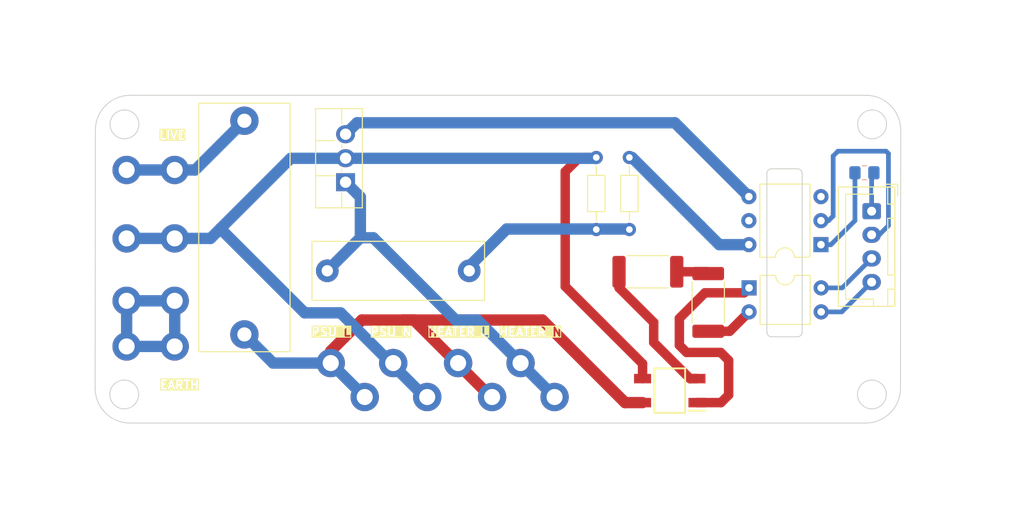
<source format=kicad_pcb>
(kicad_pcb (version 20221018) (generator pcbnew)
  (layers (0 "F.Cu" signal) (31 "B.Cu" signal) (34 "B.Paste" user) (35 "F.Paste" user) (36 "B.SilkS" user "B.Silkscreen") (37 "F.SilkS" user "F.Silkscreen") (38 "B.Mask" user) (39 "F.Mask" user) (44 "Edge.Cuts" user))
  (net 0 "")
  (net 1 "Net-(C1-Pad1)")
  (net 2 "NEUT")
  (net 3 "LINE")
  (net 4 "Net-(J1-Pin_1)")
  (net 5 "Earth")
  (net 6 "Net-(J7-Pin_1)")
  (net 7 "Net-(J7-Pin_2)")
  (net 8 "Net-(J7-Pin_3)")
  (net 9 "GND")
  (net 10 "Net-(Q1-G)")
  (net 11 "Net-(J4-Pin_1)")
  (net 12 "Net-(R4-Pad1)")
  (net 13 "Net-(R5-Pad1)")
  (net 14 "Net-(R5-Pad2)")
  (net 17 "Net-(D5-+)")
  (net 18 "Net-(D5--)")
  (net 19 "Net-(R2-Pad2)")
  (footprint "Connector_Molex:QK_DISCONNECT" (layer "F.Cu") (at 97.536 110.236)
    (fp_text reference "J3" hide)
    (fp_text value "Conn_01x01")
    (pad "1" thru_hole circle (at -2.54 0) (size 3 3) (drill 1.7) (layers "*.Cu" "*.Mask") (net 5 "Earth"))
    (pad "1" thru_hole circle (at 2.54 0) (size 3 3) (drill 1.7) (layers "*.Cu" "*.Mask") (net 5 "Earth"))
  )
  (footprint "Connector_Molex:QK_DISCONNECT" (layer "F.Cu") (at 97.536 103.632)
    (fp_text reference "J2" hide)
    (fp_text value "Conn_01x01")
    (pad "1" thru_hole circle (at -2.54 0) (size 3 3) (drill 1.7) (layers "*.Cu" "*.Mask") (net 2 "NEUT"))
    (pad "1" thru_hole circle (at 2.54 0) (size 3 3) (drill 1.7) (layers "*.Cu" "*.Mask") (net 2 "NEUT"))
  )
  (footprint "Connector_Molex:QK_DISCONNECT" (layer "F.Cu") (at 118.364 118.618 -45)
    (fp_text reference "J6" hide)
    (fp_text value "Conn_01x01")
    (pad "1" thru_hole circle (at -2.54 0 315) (size 3 3) (drill 1.7) (layers "*.Cu" "*.Mask") (net 3 "LINE"))
    (pad "1" thru_hole circle (at 2.54 0 315) (size 3 3) (drill 1.7) (layers "*.Cu" "*.Mask") (net 3 "LINE"))
  )
  (footprint "SamacSys_Parts:SOP254P650X170-4N" (layer "F.Cu") (at 152.4 119.7356 180)
    (fp_text reference "D5" hide)
    (fp_text value "S380" hide)
    (fp_line (start -3.775 -2.12) (end -1.975 -2.12) (stroke (width 0.2)) (layer "F.SilkS"))
    (fp_line (start -1.625 -2.35) (end 1.625 -2.35) (stroke (width 0.2)) (layer "F.SilkS"))
    (fp_line (start -1.625 2.35) (end -1.625 -2.35) (stroke (width 0.2)) (layer "F.SilkS"))
    (fp_line (start 1.625 -2.35) (end 1.625 2.35) (stroke (width 0.2)) (layer "F.SilkS"))
    (fp_line (start 1.625 2.35) (end -1.625 2.35) (stroke (width 0.2)) (layer "F.SilkS"))
    (pad "1" smd rect (at -2.875 -1.27 270) (size 1 1.8) (layers "F.Cu" "F.Paste" "F.Mask") (net 17 "Net-(D5-+)"))
    (pad "2" smd rect (at -2.875 1.27 270) (size 1 1.8) (layers "F.Cu" "F.Paste" "F.Mask") (net 18 "Net-(D5--)"))
    (pad "3" smd rect (at 2.875 1.27 270) (size 1 1.8) (layers "F.Cu" "F.Paste" "F.Mask") (net 2 "NEUT"))
    (pad "4" smd rect (at 2.875 -1.27 270) (size 1 1.8) (layers "F.Cu" "F.Paste" "F.Mask") (net 3 "LINE"))
  )
  (footprint "Resistor_SMD:R_2512_6332Metric_Pad1.40x3.35mm_HandSolder" (layer "F.Cu") (at 156.464 110.4068 -90)
    (fp_text reference "R5" hide)
    (fp_text value "22k")
    (fp_line (start -2.177064 -1.71) (end 2.177064 -1.71) (stroke (width 0.12)) (layer "F.SilkS"))
    (fp_line (start -2.177064 1.71) (end 2.177064 1.71) (stroke (width 0.12)) (layer "F.SilkS"))
    (pad "1" smd roundrect (at -3.05 0 270) (size 1.4 3.35) (layers "F.Cu" "F.Paste" "F.Mask") (roundrect_rratio 0.178571) (net 13 "Net-(R5-Pad1)"))
    (pad "2" smd roundrect (at 3.05 0 270) (size 1.4 3.35) (layers "F.Cu" "F.Paste" "F.Mask") (roundrect_rratio 0.178571) (net 14 "Net-(R5-Pad2)"))
  )
  (footprint "Connector_Molex:QK_DISCONNECT" (layer "F.Cu") (at 97.536 96.393)
    (fp_text reference "J1" hide)
    (fp_text value "Conn_01x01")
    (pad "1" thru_hole circle (at -2.54 0) (size 3 3) (drill 1.7) (layers "*.Cu" "*.Mask") (net 4 "Net-(J1-Pin_1)"))
    (pad "1" thru_hole circle (at 2.54 0) (size 3 3) (drill 1.7) (layers "*.Cu" "*.Mask") (net 4 "Net-(J1-Pin_1)"))
  )
  (footprint "Fuse:ZHL78" (layer "F.Cu") (at 107.442 102.489 90)
    (fp_text reference "F1" hide)
    (fp_text value "Fuse")
    (fp_rect (start -13.1318 -4.826) (end 13.1572 4.826) (stroke (width 0.12)) (fill none) (layer "F.SilkS"))
    (pad "1" thru_hole circle (at -11.303 0 90) (size 3 3) (drill 1.5) (layers "*.Cu" "*.Mask") (net 3 "LINE"))
    (pad "2" thru_hole circle (at 11.303 0 90) (size 3 3) (drill 1.5) (layers "*.Cu" "*.Mask") (net 4 "Net-(J1-Pin_1)"))
  )
  (footprint "Connector_Molex:QK_DISCONNECT" (layer "F.Cu") (at 97.536 115.062)
    (fp_text reference "J9" hide)
    (fp_text value "Conn_01x01")
    (pad "1" thru_hole circle (at -2.54 0) (size 3 3) (drill 1.7) (layers "*.Cu" "*.Mask") (net 5 "Earth"))
    (pad "1" thru_hole circle (at 2.54 0) (size 3 3) (drill 1.7) (layers "*.Cu" "*.Mask") (net 5 "Earth"))
  )
  (footprint "Connector_JST:JST_XH_B4B-XH-A_1x04_P2.50mm_Vertical" (layer "F.Cu") (at 173.736 100.7548 -90)
    (fp_text reference "J7" hide)
    (fp_text value "Conn_01x04")
    (fp_line (start -2.85 -2.75) (end -2.85 -1.5) (stroke (width 0.12)) (layer "F.SilkS"))
    (fp_line (start -2.56 -2.46) (end -2.56 3.51) (stroke (width 0.12)) (layer "F.SilkS"))
    (fp_line (start -2.56 3.51) (end 10.06 3.51) (stroke (width 0.12)) (layer "F.SilkS"))
    (fp_line (start -2.55 -2.45) (end -2.55 -1.7) (stroke (width 0.12)) (layer "F.SilkS"))
    (fp_line (start -2.55 -1.7) (end -0.75 -1.7) (stroke (width 0.12)) (layer "F.SilkS"))
    (fp_line (start -2.55 -0.2) (end -1.8 -0.2) (stroke (width 0.12)) (layer "F.SilkS"))
    (fp_line (start -1.8 -0.2) (end -1.8 2.75) (stroke (width 0.12)) (layer "F.SilkS"))
    (fp_line (start -1.8 2.75) (end 3.75 2.75) (stroke (width 0.12)) (layer "F.SilkS"))
    (fp_line (start -1.6 -2.75) (end -2.85 -2.75) (stroke (width 0.12)) (layer "F.SilkS"))
    (fp_line (start -0.75 -2.45) (end -2.55 -2.45) (stroke (width 0.12)) (layer "F.SilkS"))
    (fp_line (start -0.75 -1.7) (end -0.75 -2.45) (stroke (width 0.12)) (layer "F.SilkS"))
    (fp_line (start 0.75 -2.45) (end 0.75 -1.7) (stroke (width 0.12)) (layer "F.SilkS"))
    (fp_line (start 0.75 -1.7) (end 6.75 -1.7) (stroke (width 0.12)) (layer "F.SilkS"))
    (fp_line (start 6.75 -2.45) (end 0.75 -2.45) (stroke (width 0.12)) (layer "F.SilkS"))
    (fp_line (start 6.75 -1.7) (end 6.75 -2.45) (stroke (width 0.12)) (layer "F.SilkS"))
    (fp_line (start 8.25 -2.45) (end 8.25 -1.7) (stroke (width 0.12)) (layer "F.SilkS"))
    (fp_line (start 8.25 -1.7) (end 10.05 -1.7) (stroke (width 0.12)) (layer "F.SilkS"))
    (fp_line (start 9.3 -0.2) (end 9.3 2.75) (stroke (width 0.12)) (layer "F.SilkS"))
    (fp_line (start 9.3 2.75) (end 3.75 2.75) (stroke (width 0.12)) (layer "F.SilkS"))
    (fp_line (start 10.05 -2.45) (end 8.25 -2.45) (stroke (width 0.12)) (layer "F.SilkS"))
    (fp_line (start 10.05 -1.7) (end 10.05 -2.45) (stroke (width 0.12)) (layer "F.SilkS"))
    (fp_line (start 10.05 -0.2) (end 9.3 -0.2) (stroke (width 0.12)) (layer "F.SilkS"))
    (fp_line (start 10.06 -2.46) (end -2.56 -2.46) (stroke (width 0.12)) (layer "F.SilkS"))
    (fp_line (start 10.06 3.51) (end 10.06 -2.46) (stroke (width 0.12)) (layer "F.SilkS"))
    (pad "1" thru_hole roundrect (at 0 0 270) (size 1.7 1.95) (drill 0.95) (layers "*.Cu" "*.Mask") (roundrect_rratio 0.147059) (net 6 "Net-(J7-Pin_1)"))
    (pad "2" thru_hole oval (at 2.5 0 270) (size 1.7 1.95) (drill 0.95) (layers "*.Cu" "*.Mask") (net 7 "Net-(J7-Pin_2)"))
    (pad "3" thru_hole oval (at 5 0 270) (size 1.7 1.95) (drill 0.95) (layers "*.Cu" "*.Mask") (net 8 "Net-(J7-Pin_3)"))
    (pad "4" thru_hole oval (at 7.5 0 270) (size 1.7 1.95) (drill 0.95) (layers "*.Cu" "*.Mask") (net 9 "GND"))
  )
  (footprint "Resistor_SMD:R_2512_6332Metric_Pad1.40x3.35mm_HandSolder" (layer "F.Cu") (at 150.0886 107.1626)
    (fp_text reference "R6" hide)
    (fp_text value "22k")
    (fp_line (start -2.177064 -1.71) (end 2.177064 -1.71) (stroke (width 0.12)) (layer "F.SilkS"))
    (fp_line (start -2.177064 1.71) (end 2.177064 1.71) (stroke (width 0.12)) (layer "F.SilkS"))
    (pad "1" smd roundrect (at -3.05 0) (size 1.4 3.35) (layers "F.Cu" "F.Paste" "F.Mask") (roundrect_rratio 0.178571) (net 18 "Net-(D5--)"))
    (pad "2" smd roundrect (at 3.05 0) (size 1.4 3.35) (layers "F.Cu" "F.Paste" "F.Mask") (roundrect_rratio 0.178571) (net 13 "Net-(R5-Pad1)"))
  )
  (footprint "Resistor_THT:R_Axial_DIN0204_L3.6mm_D1.6mm_P7.62mm_Horizontal" (layer "F.Cu") (at 144.6328 95.0722 -90)
    (fp_text reference "R1" hide)
    (fp_text value "470r")
    (fp_line (start 0.94 0) (end 1.89 0) (stroke (width 0.12)) (layer "F.SilkS"))
    (fp_line (start 1.89 -0.92) (end 1.89 0.92) (stroke (width 0.12)) (layer "F.SilkS"))
    (fp_line (start 1.89 0.92) (end 5.73 0.92) (stroke (width 0.12)) (layer "F.SilkS"))
    (fp_line (start 5.73 -0.92) (end 1.89 -0.92) (stroke (width 0.12)) (layer "F.SilkS"))
    (fp_line (start 5.73 0.92) (end 5.73 -0.92) (stroke (width 0.12)) (layer "F.SilkS"))
    (fp_line (start 6.68 0) (end 5.73 0) (stroke (width 0.12)) (layer "F.SilkS"))
    (pad "1" thru_hole circle (at 0 0 270) (size 1.4 1.4) (drill 0.7) (layers "*.Cu" "*.Mask") (net 2 "NEUT"))
    (pad "2" thru_hole oval (at 7.62 0 270) (size 1.4 1.4) (drill 0.7) (layers "*.Cu" "*.Mask") (net 1 "Net-(C1-Pad1)"))
  )
  (footprint "Connector_Molex:QK_DISCONNECT" (layer "F.Cu") (at 124.968 118.618 135)
    (fp_text reference "J8" hide)
    (fp_text value "Conn_01x01")
    (pad "1" thru_hole circle (at -2.54 0 135) (size 3 3) (drill 1.7) (layers "*.Cu" "*.Mask") (net 2 "NEUT"))
    (pad "1" thru_hole circle (at 2.54 0 135) (size 3 3) (drill 1.7) (layers "*.Cu" "*.Mask") (net 2 "NEUT"))
  )
  (footprint "Resistor_THT:R_Axial_DIN0204_L3.6mm_D1.6mm_P7.62mm_Horizontal" (layer "F.Cu") (at 148.1328 102.6922 90)
    (fp_text reference "R2" hide)
    (fp_text value "360r")
    (fp_line (start 0.94 0) (end 1.89 0) (stroke (width 0.12)) (layer "F.SilkS"))
    (fp_line (start 1.89 -0.92) (end 1.89 0.92) (stroke (width 0.12)) (layer "F.SilkS"))
    (fp_line (start 1.89 0.92) (end 5.73 0.92) (stroke (width 0.12)) (layer "F.SilkS"))
    (fp_line (start 5.73 -0.92) (end 1.89 -0.92) (stroke (width 0.12)) (layer "F.SilkS"))
    (fp_line (start 5.73 0.92) (end 5.73 -0.92) (stroke (width 0.12)) (layer "F.SilkS"))
    (fp_line (start 6.68 0) (end 5.73 0) (stroke (width 0.12)) (layer "F.SilkS"))
    (pad "1" thru_hole circle (at 0 0 90) (size 1.4 1.4) (drill 0.7) (layers "*.Cu" "*.Mask") (net 1 "Net-(C1-Pad1)"))
    (pad "2" thru_hole oval (at 7.62 0 90) (size 1.4 1.4) (drill 0.7) (layers "*.Cu" "*.Mask") (net 19 "Net-(R2-Pad2)"))
  )
  (footprint "Package_DIP:DIP-6_W7.62mm" (layer "F.Cu") (at 168.382 104.2958 180)
    (fp_text reference "U1" hide)
    (fp_text value "MOC3022M")
    (fp_line (start 1.16 -1.33) (end 1.16 6.41) (stroke (width 0.12)) (layer "F.SilkS"))
    (fp_line (start 1.16 6.41) (end 6.46 6.41) (stroke (width 0.12)) (layer "F.SilkS"))
    (fp_line (start 2.81 -1.33) (end 1.16 -1.33) (stroke (width 0.12)) (layer "F.SilkS"))
    (fp_line (start 6.46 -1.33) (end 4.81 -1.33) (stroke (width 0.12)) (layer "F.SilkS"))
    (fp_line (start 6.46 6.41) (end 6.46 -1.33) (stroke (width 0.12)) (layer "F.SilkS"))
    (fp_arc (start 4.81 -1.33) (mid 3.81 -0.33) (end 2.81 -1.33) (stroke (width 0.12)) (layer "F.SilkS"))
    (pad "1" thru_hole rect (at 0 0 180) (size 1.6 1.6) (drill 0.8) (layers "*.Cu" "*.Mask") (net 12 "Net-(R4-Pad1)"))
    (pad "2" thru_hole oval (at 0 2.54 180) (size 1.6 1.6) (drill 0.8) (layers "*.Cu" "*.Mask") (net 7 "Net-(J7-Pin_2)"))
    (pad "3" thru_hole oval (at 0 5.08 180) (size 1.6 1.6) (drill 0.8) (layers "*.Cu" "*.Mask"))
    (pad "4" thru_hole oval (at 7.62 5.08 180) (size 1.6 1.6) (drill 0.8) (layers "*.Cu" "*.Mask") (net 10 "Net-(Q1-G)"))
    (pad "5" thru_hole oval (at 7.62 2.54 180) (size 1.6 1.6) (drill 0.8) (layers "*.Cu" "*.Mask"))
    (pad "6" thru_hole oval (at 7.62 0 180) (size 1.6 1.6) (drill 0.8) (layers "*.Cu" "*.Mask") (net 19 "Net-(R2-Pad2)"))
  )
  (footprint "Connector_Molex:QK_DISCONNECT" (layer "F.Cu") (at 131.826 118.618 135)
    (fp_text reference "J5" hide)
    (fp_text value "Conn_01x01")
    (pad "1" thru_hole circle (at -2.54 0 135) (size 3 3) (drill 1.7) (layers "*.Cu" "*.Mask") (net 3 "LINE"))
    (pad "1" thru_hole circle (at 2.54 0 135) (size 3 3) (drill 1.7) (layers "*.Cu" "*.Mask") (net 3 "LINE"))
  )
  (footprint "Package_TO_SOT_THT:TO-220F-3_Vertical" (layer "F.Cu") (at 118.1354 97.6884 90)
    (fp_text reference "Q1" hide)
    (fp_text value "BTA24-600BWRG")
    (fp_line (start -2.71 -3.168) (end -2.71 1.773) (stroke (width 0.12)) (layer "F.SilkS"))
    (fp_line (start -2.71 -3.168) (end 7.79 -3.168) (stroke (width 0.12)) (layer "F.SilkS"))
    (fp_line (start -2.71 -0.408) (end -1.103 -0.408) (stroke (width 0.12)) (layer "F.SilkS"))
    (fp_line (start -2.71 1.773) (end 7.79 1.773) (stroke (width 0.12)) (layer "F.SilkS"))
    (fp_line (start 0.69 -3.168) (end 0.69 -1.15) (stroke (width 0.12)) (layer "F.SilkS"))
    (fp_line (start 1.103 -0.408) (end 1.438 -0.408) (stroke (width 0.12)) (layer "F.SilkS"))
    (fp_line (start 3.643 -0.408) (end 3.978 -0.408) (stroke (width 0.12)) (layer "F.SilkS"))
    (fp_line (start 4.391 -3.168) (end 4.391 -1.15) (stroke (width 0.12)) (layer "F.SilkS"))
    (fp_line (start 6.183 -0.408) (end 7.79 -0.408) (stroke (width 0.12)) (layer "F.SilkS"))
    (fp_line (start 7.79 -3.168) (end 7.79 1.773) (stroke (width 0.12)) (layer "F.SilkS"))
    (pad "1" thru_hole rect (at 0 0 90) (size 1.905 2) (drill 1.2) (layers "*.Cu" "*.Mask") (net 11 "Net-(J4-Pin_1)"))
    (pad "2" thru_hole oval (at 2.54 0 90) (size 1.905 2) (drill 1.2) (layers "*.Cu" "*.Mask") (net 2 "NEUT"))
    (pad "3" thru_hole oval (at 5.08 0 90) (size 1.905 2) (drill 1.2) (layers "*.Cu" "*.Mask") (net 10 "Net-(Q1-G)"))
  )
  (footprint "Connector_Molex:QK_DISCONNECT" (layer "F.Cu") (at 138.43 118.618 135)
    (fp_text reference "J4" hide)
    (fp_text value "Conn_01x01")
    (pad "1" thru_hole circle (at -2.54 0 135) (size 3 3) (drill 1.7) (layers "*.Cu" "*.Mask") (net 11 "Net-(J4-Pin_1)"))
    (pad "1" thru_hole circle (at 2.54 0 135) (size 3 3) (drill 1.7) (layers "*.Cu" "*.Mask") (net 11 "Net-(J4-Pin_1)"))
  )
  (footprint "Capacitor_THT:C_Rect_L18.0mm_W6.0mm_P15.00mm_FKS3_FKP3" (layer "F.Cu") (at 131.205 107.061 180)
    (fp_text reference "C1" hide)
    (fp_text value "0.1uf/275v")
    (fp_line (start -1.62 -3.12) (end -1.62 3.12) (stroke (width 0.12)) (layer "F.SilkS"))
    (fp_line (start -1.62 -3.12) (end 16.62 -3.12) (stroke (width 0.12)) (layer "F.SilkS"))
    (fp_line (start -1.62 3.12) (end 16.62 3.12) (stroke (width 0.12)) (layer "F.SilkS"))
    (fp_line (start 16.62 -3.12) (end 16.62 3.12) (stroke (width 0.12)) (layer "F.SilkS"))
    (pad "1" thru_hole circle (at 0 0 180) (size 2.4 2.4) (drill 1.2) (layers "*.Cu" "*.Mask") (net 1 "Net-(C1-Pad1)"))
    (pad "2" thru_hole circle (at 15 0 180) (size 2.4 2.4) (drill 1.2) (layers "*.Cu" "*.Mask") (net 11 "Net-(J4-Pin_1)"))
  )
  (footprint "Package_DIP:DIP-4_W7.62mm" (layer "F.Cu") (at 160.782 108.8678)
    (fp_text reference "U2" hide)
    (fp_text value "LTV-817")
    (fp_line (start 1.16 -1.33) (end 1.16 3.87) (stroke (width 0.12)) (layer "F.SilkS"))
    (fp_line (start 1.16 3.87) (end 6.46 3.87) (stroke (width 0.12)) (layer "F.SilkS"))
    (fp_line (start 2.81 -1.33) (end 1.16 -1.33) (stroke (width 0.12)) (layer "F.SilkS"))
    (fp_line (start 6.46 -1.33) (end 4.81 -1.33) (stroke (width 0.12)) (layer "F.SilkS"))
    (fp_line (start 6.46 3.87) (end 6.46 -1.33) (stroke (width 0.12)) (layer "F.SilkS"))
    (fp_arc (start 4.81 -1.33) (mid 3.81 -0.33) (end 2.81 -1.33) (stroke (width 0.12)) (layer "F.SilkS"))
    (pad "1" thru_hole rect (at 0 0) (size 1.6 1.6) (drill 0.8) (layers "*.Cu" "*.Mask") (net 17 "Net-(D5-+)"))
    (pad "2" thru_hole oval (at 0 2.54) (size 1.6 1.6) (drill 0.8) (layers "*.Cu" "*.Mask") (net 14 "Net-(R5-Pad2)"))
    (pad "3" thru_hole oval (at 7.62 2.54) (size 1.6 1.6) (drill 0.8) (layers "*.Cu" "*.Mask") (net 9 "GND"))
    (pad "4" thru_hole oval (at 7.62 0) (size 1.6 1.6) (drill 0.8) (layers "*.Cu" "*.Mask") (net 8 "Net-(J7-Pin_3)"))
  )
  (footprint "Resistor_SMD:R_0805_2012Metric_Pad1.20x1.40mm_HandSolder" (layer "B.Cu") (at 172.974 96.6908)
    (fp_text reference "R4" hide)
    (fp_text value "220r")
    (fp_line (start -0.227064 -0.735) (end 0.227064 -0.735) (stroke (width 0.12)) (layer "B.SilkS"))
    (fp_line (start -0.227064 0.735) (end 0.227064 0.735) (stroke (width 0.12)) (layer "B.SilkS"))
    (pad "1" smd roundrect (at -1 0) (size 1.2 1.4) (layers "B.Cu" "B.Paste" "B.Mask") (roundrect_rratio 0.208333) (net 12 "Net-(R4-Pad1)"))
    (pad "2" smd roundrect (at 1 0) (size 1.2 1.4) (layers "B.Cu" "B.Paste" "B.Mask") (roundrect_rratio 0.208333) (net 6 "Net-(J7-Pin_1)"))
  )
  (gr_arc (start 176.784 119.4816) (mid 175.705274 122.085874) (end 173.101 123.1646) (stroke (width 0.1)) (layer "Edge.Cuts"))
  (gr_circle (center 94.7674 91.567) (end 96.2914 91.567) (stroke (width 0.1)) (fill none) (layer "Edge.Cuts"))
  (gr_line (start 91.694 92.1766) (end 91.6686 119.4816) (stroke (width 0.1)) (layer "Edge.Cuts"))
  (gr_circle (center 94.742 120.142) (end 96.266 120.142) (stroke (width 0.1)) (fill none) (layer "Edge.Cuts"))
  (gr_arc (start 166.39179 113.53439) (mid 166.243 113.8936) (end 165.88379 114.04239) (stroke (width 0.1)) (layer "Edge.Cuts"))
  (gr_circle (center 173.7868 91.567) (end 175.3108 91.567) (stroke (width 0.1)) (fill none) (layer "Edge.Cuts"))
  (gr_arc (start 163.1696 114.046) (mid 162.81039 113.89721) (end 162.6616 113.538) (stroke (width 0.1)) (layer "Edge.Cuts"))
  (gr_arc (start 173.1264 88.4936) (mid 175.730674 89.572326) (end 176.8094 92.1766) (stroke (width 0.1)) (layer "Edge.Cuts"))
  (gr_line (start 173.1264 88.4936) (end 95.377 88.4936) (stroke (width 0.1)) (layer "Edge.Cuts"))
  (gr_line (start 165.8874 96.266) (end 163.1696 96.266) (stroke (width 0.1)) (layer "Edge.Cuts"))
  (gr_arc (start 91.694 92.1766) (mid 92.772726 89.572326) (end 95.377 88.4936) (stroke (width 0.1)) (layer "Edge.Cuts"))
  (gr_line (start 176.784 119.4816) (end 176.8094 92.1766) (stroke (width 0.1)) (layer "Edge.Cuts"))
  (gr_arc (start 165.8874 96.266) (mid 166.24661 96.41479) (end 166.3954 96.774) (stroke (width 0.1)) (layer "Edge.Cuts"))
  (gr_arc (start 95.3516 123.1646) (mid 92.747326 122.085874) (end 91.6686 119.4816) (stroke (width 0.1)) (layer "Edge.Cuts"))
  (gr_circle (center 173.7614 120.142) (end 175.2854 120.142) (stroke (width 0.1)) (fill none) (layer "Edge.Cuts"))
  (gr_line (start 166.3954 113.538) (end 166.3954 96.774) (stroke (width 0.1)) (layer "Edge.Cuts"))
  (gr_line (start 162.6616 96.774) (end 162.6616 113.538) (stroke (width 0.1)) (layer "Edge.Cuts"))
  (gr_line (start 95.3516 123.1646) (end 173.101 123.1646) (stroke (width 0.1)) (layer "Edge.Cuts"))
  (gr_line (start 163.17321 114.04239) (end 165.88379 114.04239) (stroke (width 0.1)) (layer "Edge.Cuts"))
  (gr_arc (start 162.6616 96.774) (mid 162.81039 96.41479) (end 163.1696 96.266) (stroke (width 0.1)) (layer "Edge.Cuts"))
  (gr_text "LIVE" (at 99.822 92.71) (layer "F.SilkS" knockout) (effects (font (size 0.9 0.9) (thickness 0.18) bold)))
  (gr_text "EARTH" (at 100.584 119.126) (layer "F.SilkS" knockout) (effects (font (size 0.9 0.9) (thickness 0.18) bold)))
  (gr_text "PSU N" (at 122.936 113.538) (layer "F.SilkS" knockout) (effects (font (size 0.9 0.9) (thickness 0.18) bold)))
  (gr_text "HEATER N" (at 137.668 113.538) (layer "F.SilkS" knockout) (effects (font (size 0.9 0.9) (thickness 0.18) bold)))
  (gr_text "HEATER L" (at 130.048 113.538) (layer "F.SilkS" knockout) (effects (font (size 0.9 0.9) (thickness 0.18) bold)))
  (gr_text "PSU L" (at 116.586 113.538) (layer "F.SilkS" knockout) (effects (font (size 0.9 0.9) (thickness 0.18) bold)))
  (segment (start 131.205 106.595) (end 131.205 107.061) (width 1.2) (layer "B.Cu") (net 1))
  (segment (start 135.1586 102.6414) (end 131.205 106.595) (width 1.2) (layer "B.Cu") (net 1))
  (segment (start 148.1328 102.6922) (end 148.082 102.6414) (width 1.2) (layer "B.Cu") (net 1))
  (segment (start 148.082 102.6414) (end 135.1586 102.6414) (width 1.2) (layer "B.Cu") (net 1))
  (segment (start 149.525 116.886) (end 149.525 118.4656) (width 1) (layer "F.Cu") (net 2))
  (segment (start 144.625 95.08) (end 142.8418 95.08) (width 1) (layer "F.Cu") (net 2))
  (segment (start 142.8418 95.08) (end 141.351 96.5708) (width 1) (layer "F.Cu") (net 2))
  (segment (start 144.6328 95.0722) (end 144.625 95.08) (width 1) (layer "F.Cu") (net 2))
  (segment (start 141.351 96.5708) (end 141.351 108.712) (width 1) (layer "F.Cu") (net 2))
  (segment (start 141.351 108.712) (end 149.525 116.886) (width 1) (layer "F.Cu") (net 2))
  (segment (start 104.9 102.6) (end 112.34 95.16) (width 1.2) (layer "B.Cu") (net 2))
  (segment (start 94.996 103.632) (end 103.868 103.632) (width 1.2) (layer "B.Cu") (net 2))
  (segment (start 144.545 95.16) (end 144.6328 95.0722) (width 1.2) (layer "B.Cu") (net 2))
  (segment (start 126.510051 120.414051) (end 126.764051 120.414051) (width 1.2) (layer "B.Cu") (net 2))
  (segment (start 104.9 102.6) (end 113.806 111.506) (width 1.2) (layer "B.Cu") (net 2))
  (segment (start 112.34 95.16) (end 144.545 95.16) (width 1.2) (layer "B.Cu") (net 2))
  (segment (start 117.602 111.506) (end 126.510051 120.414051) (width 1.2) (layer "B.Cu") (net 2))
  (segment (start 113.806 111.506) (end 117.602 111.506) (width 1.2) (layer "B.Cu") (net 2))
  (segment (start 103.868 103.632) (end 104.9 102.6) (width 1.2) (layer "B.Cu") (net 2))
  (segment (start 119.851898 112.268) (end 124.206 112.268) (width 1.2) (layer "F.Cu") (net 3))
  (segment (start 116.567949 116.821949) (end 116.567949 115.551949) (width 1.2) (layer "F.Cu") (net 3))
  (segment (start 138.938 112.268) (end 147.6756 121.0056) (width 1.2) (layer "F.Cu") (net 3))
  (segment (start 125.349 112.268) (end 133.495051 120.414051) (width 1.2) (layer "F.Cu") (net 3))
  (segment (start 124.206 112.268) (end 138.938 112.268) (width 1.2) (layer "F.Cu") (net 3))
  (segment (start 133.495051 120.414051) (end 133.622051 120.414051) (width 1.2) (layer "F.Cu") (net 3))
  (segment (start 133.622051 120.414051) (end 133.368051 120.160051) (width 1.2) (layer "F.Cu") (net 3))
  (segment (start 116.567949 115.551949) (end 119.851898 112.268) (width 1.2) (layer "F.Cu") (net 3))
  (segment (start 124.206 112.268) (end 125.349 112.268) (width 1.2) (layer "F.Cu") (net 3))
  (segment (start 147.6756 121.0056) (end 149.525 121.0056) (width 1.2) (layer "F.Cu") (net 3))
  (segment (start 107.442 113.792) (end 110.471949 116.821949) (width 1.2) (layer "B.Cu") (net 3))
  (segment (start 110.471949 116.821949) (end 116.567949 116.821949) (width 1.2) (layer "B.Cu") (net 3))
  (segment (start 116.567949 116.821949) (end 120.160051 120.414051) (width 1.2) (layer "B.Cu") (net 3))
  (segment (start 102.235 96.393) (end 107.442 91.186) (width 1.2) (layer "B.Cu") (net 4))
  (segment (start 94.996 96.393) (end 102.235 96.393) (width 1.2) (layer "B.Cu") (net 4))
  (segment (start 100.076 115.062) (end 94.996 115.062) (width 1.2) (layer "B.Cu") (net 5))
  (segment (start 94.996 115.062) (end 94.996 110.236) (width 1.2) (layer "B.Cu") (net 5))
  (segment (start 94.996 110.236) (end 100.076 110.236) (width 1.2) (layer "B.Cu") (net 5))
  (segment (start 100.076 110.236) (end 100.076 115.062) (width 1.2) (layer "B.Cu") (net 5))
  (segment (start 173.736 100.7548) (end 173.736 96.9288) (width 0.5) (layer "B.Cu") (net 6))
  (segment (start 173.736 96.9288) (end 173.974 96.6908) (width 0.5) (layer "B.Cu") (net 6))
  (segment (start 175.514 94.6588) (end 175.26 94.4048) (width 0.5) (layer "B.Cu") (net 7))
  (segment (start 175.26 94.4048) (end 170.18 94.4048) (width 0.5) (layer "B.Cu") (net 7))
  (segment (start 175.514 102.2788) (end 175.514 94.6588) (width 0.5) (layer "B.Cu") (net 7))
  (segment (start 169.672 101.2628) (end 169.179 101.7558) (width 0.5) (layer "B.Cu") (net 7))
  (segment (start 173.736 103.2548) (end 174.538 103.2548) (width 0.5) (layer "B.Cu") (net 7))
  (segment (start 169.179 101.7558) (end 168.382 101.7558) (width 0.5) (layer "B.Cu") (net 7))
  (segment (start 174.538 103.2548) (end 175.514 102.2788) (width 0.5) (layer "B.Cu") (net 7))
  (segment (start 170.18 94.4048) (end 169.672 94.9128) (width 0.5) (layer "B.Cu") (net 7))
  (segment (start 169.672 94.9128) (end 169.672 101.2628) (width 0.5) (layer "B.Cu") (net 7))
  (segment (start 170.623 108.8678) (end 173.736 105.7548) (width 0.5) (layer "B.Cu") (net 8))
  (segment (start 168.402 108.8678) (end 170.623 108.8678) (width 0.5) (layer "B.Cu") (net 8))
  (segment (start 168.402 111.4078) (end 170.583 111.4078) (width 0.5) (layer "B.Cu") (net 9))
  (segment (start 170.583 111.4078) (end 173.736 108.2548) (width 0.5) (layer "B.Cu") (net 9))
  (segment (start 160.747 99.2308) (end 160.762 99.2158) (width 1) (layer "F.Cu") (net 10))
  (segment (start 152.9442 91.4) (end 153.543 91.9988) (width 1.2) (layer "B.Cu") (net 10))
  (segment (start 119.3438 91.4) (end 152.9442 91.4) (width 1.2) (layer "B.Cu") (net 10))
  (segment (start 118.1354 92.6084) (end 119.3438 91.4) (width 1.2) (layer "B.Cu") (net 10))
  (segment (start 153.543 91.9988) (end 153.545 91.9988) (width 1.2) (layer "B.Cu") (net 10))
  (segment (start 153.545 91.9988) (end 160.762 99.2158) (width 1.2) (layer "B.Cu") (net 10))
  (segment (start 116.205 107.061) (end 119.7 103.566) (width 1.2) (layer "B.Cu") (net 11))
  (segment (start 119.7 99.253) (end 118.1354 97.6884) (width 1.2) (layer "B.Cu") (net 11))
  (segment (start 119.7 103.566) (end 121.066 103.566) (width 1.2) (layer "B.Cu") (net 11))
  (segment (start 119.7 103.566) (end 119.7 99.253) (width 1.2) (layer "B.Cu") (net 11))
  (segment (start 129.768 112.268) (end 132.08 112.268) (width 1.2) (layer "B.Cu") (net 11))
  (segment (start 132.08 112.268) (end 140.226051 120.414051) (width 1.2) (layer "B.Cu") (net 11))
  (segment (start 121.066 103.566) (end 129.768 112.268) (width 1.2) (layer "B.Cu") (net 11))
  (segment (start 171.974 101.7548) (end 171.974 96.6908) (width 0.5) (layer "B.Cu") (net 12))
  (segment (start 169.433 104.2958) (end 171.974 101.7548) (width 0.5) (layer "B.Cu") (net 12))
  (segment (start 168.382 104.2958) (end 169.433 104.2958) (width 0.5) (layer "B.Cu") (net 12))
  (segment (start 156.2698 107.1626) (end 156.464 107.3568) (width 1) (layer "F.Cu") (net 13))
  (segment (start 153.1386 107.1626) (end 156.2698 107.1626) (width 1) (layer "F.Cu") (net 13))
  (segment (start 156.464 113.4568) (end 158.733 113.4568) (width 1) (layer "F.Cu") (net 14))
  (segment (start 158.733 113.4568) (end 160.782 111.4078) (width 1) (layer "F.Cu") (net 14))
  (segment (start 157.7848 115.697) (end 158.623 116.5352) (width 1) (layer "F.Cu") (net 17))
  (segment (start 157.8102 121.0056) (end 155.275 121.0056) (width 1) (layer "F.Cu") (net 17))
  (segment (start 154.178 115.697) (end 157.7848 115.697) (width 1) (layer "F.Cu") (net 17))
  (segment (start 156.1154 109.3908) (end 153.416 112.0902) (width 1) (layer "F.Cu") (net 17))
  (segment (start 153.416 112.0902) (end 153.416 114.935) (width 1) (layer "F.Cu") (net 17))
  (segment (start 158.623 116.5352) (end 158.623 120.1928) (width 1) (layer "F.Cu") (net 17))
  (segment (start 160.782 108.8678) (end 160.259 109.3908) (width 1) (layer "F.Cu") (net 17))
  (segment (start 153.416 114.935) (end 154.178 115.697) (width 1) (layer "F.Cu") (net 17))
  (segment (start 158.623 120.1928) (end 157.8102 121.0056) (width 1) (layer "F.Cu") (net 17))
  (segment (start 160.259 109.3908) (end 156.1154 109.3908) (width 1) (layer "F.Cu") (net 17))
  (segment (start 147.0386 108.8554) (end 147.0386 107.1626) (width 1) (layer "F.Cu") (net 18))
  (segment (start 150.703 112.5198) (end 147.0386 108.8554) (width 1) (layer "F.Cu") (net 18))
  (segment (start 154.5336 118.4656) (end 150.703 114.635) (width 1) (layer "F.Cu") (net 18))
  (segment (start 155.275 118.4656) (end 154.5336 118.4656) (width 1) (layer "F.Cu") (net 18))
  (segment (start 150.703 114.635) (end 150.703 112.5198) (width 1) (layer "F.Cu") (net 18))
  (segment (start 148.1328 95.0722) (end 148.4122 95.0722) (width 1.2) (layer "B.Cu") (net 19))
  (segment (start 155.6512 102.316) (end 157.631 104.2958) (width 1.2) (layer "B.Cu") (net 19))
  (segment (start 155.6512 102.3112) (end 155.6512 102.316) (width 1.2) (layer "B.Cu") (net 19))
  (segment (start 157.631 104.2958) (end 160.762 104.2958) (width 1.2) (layer "B.Cu") (net 19))
  (segment (start 148.4122 95.0722) (end 155.6512 102.3112) (width 1.2) (layer "B.Cu") (net 19))
)
</source>
